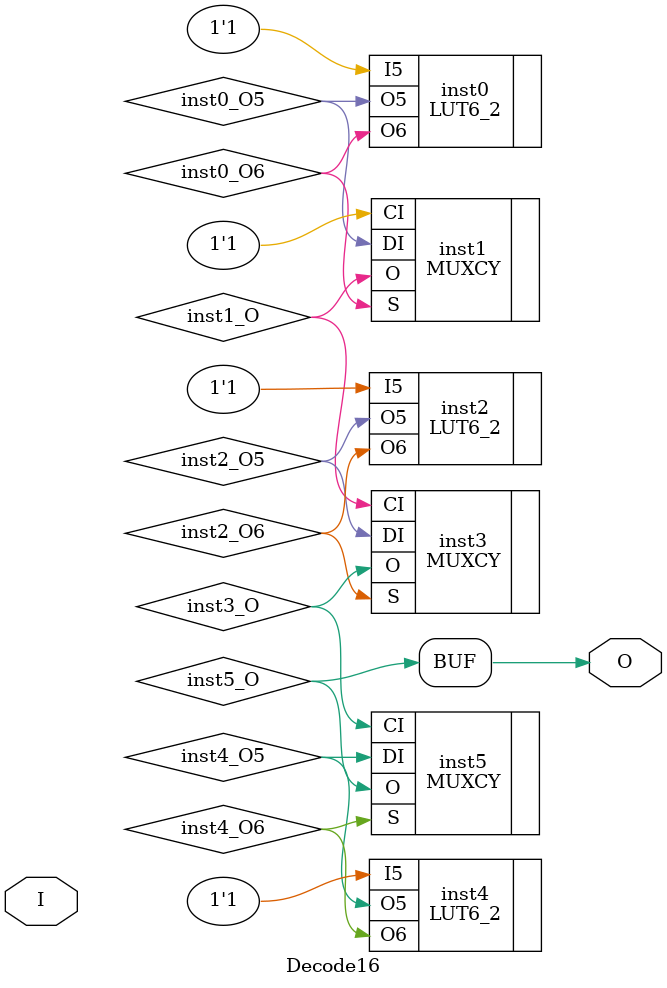
<source format=v>
module Decode16 (input [15:0] I, output  O);
wire  inst0_O5;
wire  inst0_O6;
wire  inst1_O;
wire  inst2_O5;
wire  inst2_O6;
wire  inst3_O;
wire  inst4_O5;
wire  inst4_O6;
wire  inst5_O;
LUT6_2 #(.INIT(64'h0000000000000004)) inst0 (.I5(1'b1), .O5(inst0_O5), .O6(inst0_O6));
MUXCY inst1 (.DI(inst0_O5), .CI(1'b1), .S(inst0_O6), .O(inst1_O));
LUT6_2 #(.INIT(64'h0000000000000000)) inst2 (.I5(1'b1), .O5(inst2_O5), .O6(inst2_O6));
MUXCY inst3 (.DI(inst2_O5), .CI(inst1_O), .S(inst2_O6), .O(inst3_O));
LUT6_2 #(.INIT(64'h0000000000000000)) inst4 (.I5(1'b1), .O5(inst4_O5), .O6(inst4_O6));
MUXCY inst5 (.DI(inst4_O5), .CI(inst3_O), .S(inst4_O6), .O(inst5_O));
assign O = inst5_O;
endmodule


</source>
